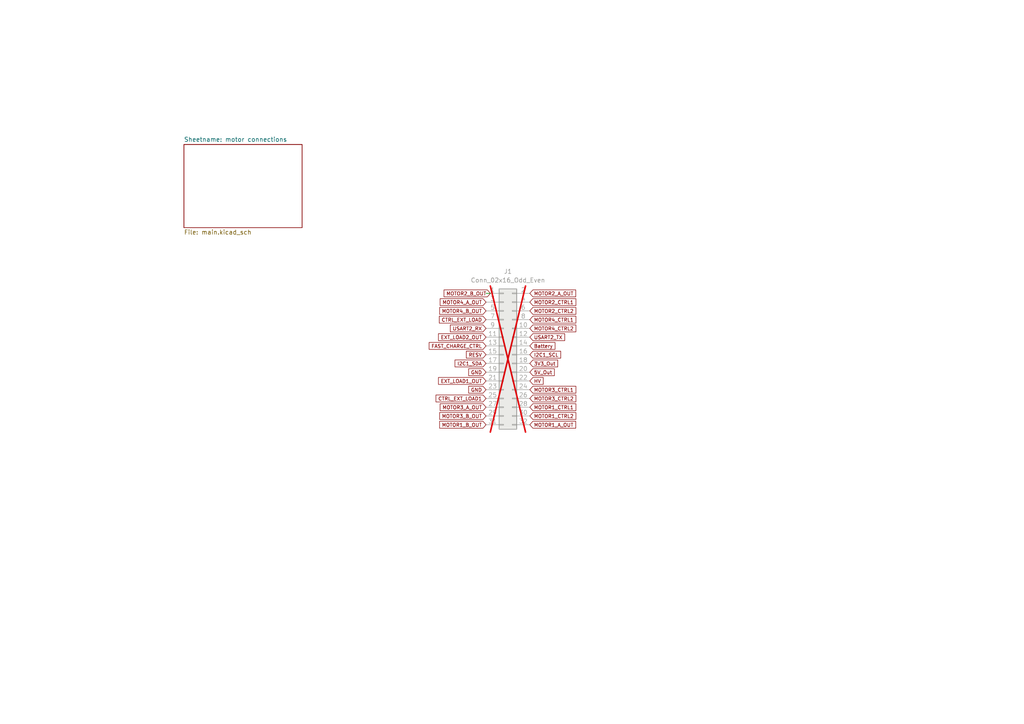
<source format=kicad_sch>
(kicad_sch (version 20250114) (generator "eeschema") (generator_version "9.0")
  (paper "A4")
  (title_block (title "Design project") (date "2025-03-23") (rev "v0") (company "University of Cape Town") (comment 3 "HNYPHI001, OWNHAN001") (comment 4 "Phila Haanyama, Hannah Owen"))
  (lib_symbols
    (symbol "Connector_Generic:Conn_02x16_Odd_Even" (pin_names (offset 1.016) (hide yes))
      (property "Reference" "J" (at 1.27 20.32 0))
      (property "Value" "Conn_02x16_Odd_Even" (at 1.27 -22.86 0))
      (symbol "Conn_02x16_Odd_Even_1_1"
        (rectangle (start -1.27 19.05) (end 3.81 -21.59) (stroke (width 0.254)) (fill (type background)))
        (rectangle (start -1.27 17.907) (end 0 17.653) (stroke (width 0.1524)))
        (rectangle (start -1.27 15.367) (end 0 15.113) (stroke (width 0.1524)))
        (rectangle (start -1.27 12.827) (end 0 12.573) (stroke (width 0.1524)))
        (rectangle (start -1.27 10.287) (end 0 10.033) (stroke (width 0.1524)))
        (rectangle (start -1.27 7.747) (end 0 7.493) (stroke (width 0.1524)))
        (rectangle (start -1.27 5.207) (end 0 4.953) (stroke (width 0.1524)))
        (rectangle (start -1.27 2.667) (end 0 2.413) (stroke (width 0.1524)))
        (rectangle (start -1.27 0.127) (end 0 -0.127) (stroke (width 0.1524)))
        (rectangle (start -1.27 -2.413) (end 0 -2.667) (stroke (width 0.1524)))
        (rectangle (start -1.27 -4.953) (end 0 -5.207) (stroke (width 0.1524)))
        (rectangle (start -1.27 -7.493) (end 0 -7.747) (stroke (width 0.1524)))
        (rectangle (start -1.27 -10.033) (end 0 -10.287) (stroke (width 0.1524)))
        (rectangle (start -1.27 -12.573) (end 0 -12.827) (stroke (width 0.1524)))
        (rectangle (start -1.27 -15.113) (end 0 -15.367) (stroke (width 0.1524)))
        (rectangle (start -1.27 -17.653) (end 0 -17.907) (stroke (width 0.1524)))
        (rectangle (start -1.27 -20.193) (end 0 -20.447) (stroke (width 0.1524)))
        (rectangle (start 3.81 17.907) (end 2.54 17.653) (stroke (width 0.1524)))
        (rectangle (start 3.81 15.367) (end 2.54 15.113) (stroke (width 0.1524)))
        (rectangle (start 3.81 12.827) (end 2.54 12.573) (stroke (width 0.1524)))
        (rectangle (start 3.81 10.287) (end 2.54 10.033) (stroke (width 0.1524)))
        (rectangle (start 3.81 7.747) (end 2.54 7.493) (stroke (width 0.1524)))
        (rectangle (start 3.81 5.207) (end 2.54 4.953) (stroke (width 0.1524)))
        (rectangle (start 3.81 2.667) (end 2.54 2.413) (stroke (width 0.1524)))
        (rectangle (start 3.81 0.127) (end 2.54 -0.127) (stroke (width 0.1524)))
        (rectangle (start 3.81 -2.413) (end 2.54 -2.667) (stroke (width 0.1524)))
        (rectangle (start 3.81 -4.953) (end 2.54 -5.207) (stroke (width 0.1524)))
        (rectangle (start 3.81 -7.493) (end 2.54 -7.747) (stroke (width 0.1524)))
        (rectangle (start 3.81 -10.033) (end 2.54 -10.287) (stroke (width 0.1524)))
        (rectangle (start 3.81 -12.573) (end 2.54 -12.827) (stroke (width 0.1524)))
        (rectangle (start 3.81 -15.113) (end 2.54 -15.367) (stroke (width 0.1524)))
        (rectangle (start 3.81 -17.653) (end 2.54 -17.907) (stroke (width 0.1524)))
        (rectangle (start 3.81 -20.193) (end 2.54 -20.447) (stroke (width 0.1524)))
        (pin passive line (at -5.08 17.78 0) (length 3.81) (name "Pin_1") (number "1"))
        (pin passive line (at -5.08 15.24 0) (length 3.81) (name "Pin_3") (number "3"))
        (pin passive line (at -5.08 12.7 0) (length 3.81) (name "Pin_5") (number "5"))
        (pin passive line (at -5.08 10.16 0) (length 3.81) (name "Pin_7") (number "7"))
        (pin passive line (at -5.08 7.62 0) (length 3.81) (name "Pin_9") (number "9"))
        (pin passive line (at -5.08 5.08 0) (length 3.81) (name "Pin_11") (number "11"))
        (pin passive line (at -5.08 2.54 0) (length 3.81) (name "Pin_13") (number "13"))
        (pin passive line (at -5.08 0 0) (length 3.81) (name "Pin_15") (number "15"))
        (pin passive line (at -5.08 -2.54 0) (length 3.81) (name "Pin_17") (number "17"))
        (pin passive line (at -5.08 -5.08 0) (length 3.81) (name "Pin_19") (number "19"))
        (pin passive line (at -5.08 -7.62 0) (length 3.81) (name "Pin_21") (number "21"))
        (pin passive line (at -5.08 -10.16 0) (length 3.81) (name "Pin_23") (number "23"))
        (pin passive line (at -5.08 -12.7 0) (length 3.81) (name "Pin_25") (number "25"))
        (pin passive line (at -5.08 -15.24 0) (length 3.81) (name "Pin_27") (number "27"))
        (pin passive line (at -5.08 -17.78 0) (length 3.81) (name "Pin_29") (number "29"))
        (pin passive line (at -5.08 -20.32 0) (length 3.81) (name "Pin_31") (number "31"))
        (pin passive line (at 7.62 17.78 180) (length 3.81) (name "Pin_2") (number "2"))
        (pin passive line (at 7.62 15.24 180) (length 3.81) (name "Pin_4") (number "4"))
        (pin passive line (at 7.62 12.7 180) (length 3.81) (name "Pin_6") (number "6"))
        (pin passive line (at 7.62 10.16 180) (length 3.81) (name "Pin_8") (number "8"))
        (pin passive line (at 7.62 7.62 180) (length 3.81) (name "Pin_10") (number "10"))
        (pin passive line (at 7.62 5.08 180) (length 3.81) (name "Pin_12") (number "12"))
        (pin passive line (at 7.62 2.54 180) (length 3.81) (name "Pin_14") (number "14"))
        (pin passive line (at 7.62 0 180) (length 3.81) (name "Pin_16") (number "16"))
        (pin passive line (at 7.62 -2.54 180) (length 3.81) (name "Pin_18") (number "18"))
        (pin passive line (at 7.62 -5.08 180) (length 3.81) (name "Pin_20") (number "20"))
        (pin passive line (at 7.62 -7.62 180) (length 3.81) (name "Pin_22") (number "22"))
        (pin passive line (at 7.62 -10.16 180) (length 3.81) (name "Pin_24") (number "24"))
        (pin passive line (at 7.62 -12.7 180) (length 3.81) (name "Pin_26") (number "26"))
        (pin passive line (at 7.62 -15.24 180) (length 3.81) (name "Pin_28") (number "28"))
        (pin passive line (at 7.62 -17.78 180) (length 3.81) (name "Pin_30") (number "30"))
        (pin passive line (at 7.62 -20.32 180) (length 3.81) (name "Pin_32") (number "32"))
      )
    )
  )
  (wire (pts (xy 142.24 85.09) (xy 140.97 85.09)))
  (global_label "GND" (shape input) (at 140.97 107.95 180) (effects (font (size 1.016 1.016))) (property "Intersheetrefs" "${INTERSHEET_REFS}" (effects (hide yes))))
  (global_label "CTRL_EXT_LOAD" (shape input) (at 140.97 92.71 180) (effects (font (size 1.016 1.016))) (property "Intersheetrefs" "${INTERSHEET_REFS}" (effects (hide yes))))
  (global_label "MOTOR2_CTRL2" (shape input) (at 153.67 90.17 0) (effects (font (size 1.016 1.016))) (property "Intersheetrefs" "${INTERSHEET_REFS}" (effects (hide yes))))
  (global_label "MOTOR4_CTRL1" (shape input) (at 153.67 92.71 0) (effects (font (size 1.016 1.016))) (property "Intersheetrefs" "${INTERSHEET_REFS}" (effects (hide yes))))
  (global_label "USART2_RX" (shape input) (at 140.97 95.25 180) (effects (font (size 1.016 1.016))) (property "Intersheetrefs" "${INTERSHEET_REFS}" (effects (hide yes))))
  (global_label "MOTOR3_B_OUT" (shape input) (at 140.97 120.65 180) (effects (font (size 1.016 1.016))) (property "Intersheetrefs" "${INTERSHEET_REFS}" (effects (hide yes))))
  (global_label "MOTOR2_CTRL1" (shape input) (at 153.67 87.63 0) (effects (font (size 1.016 1.016))) (property "Intersheetrefs" "${INTERSHEET_REFS}" (effects (hide yes))))
  (global_label "HV" (shape input) (at 153.67 110.49 0) (effects (font (size 1.016 1.016))) (property "Intersheetrefs" "${INTERSHEET_REFS}" (effects (hide yes))))
  (global_label "EXT_LOAD1_OUT" (shape input) (at 140.97 110.49 180) (effects (font (size 1.016 1.016))) (property "Intersheetrefs" "${INTERSHEET_REFS}" (effects (hide yes))))
  (global_label "MOTOR4_A_OUT" (shape input) (at 140.97 87.63 180) (effects (font (size 1.016 1.016))) (property "Intersheetrefs" "${INTERSHEET_REFS}" (effects (hide yes))))
  (global_label "MOTOR3_CTRL2" (shape input) (at 153.67 115.57 0) (effects (font (size 1.016 1.016))) (property "Intersheetrefs" "${INTERSHEET_REFS}" (effects (hide yes))))
  (global_label "GND" (shape input) (at 140.97 113.03 180) (effects (font (size 1.016 1.016))) (property "Intersheetrefs" "${INTERSHEET_REFS}" (effects (hide yes))))
  (global_label "MOTOR1_B_OUT" (shape input) (at 140.97 123.19 180) (effects (font (size 1.016 1.016))) (property "Intersheetrefs" "${INTERSHEET_REFS}" (effects (hide yes))))
  (global_label "MOTOR3_CTRL1" (shape input) (at 153.67 113.03 0) (effects (font (size 1.016 1.016))) (property "Intersheetrefs" "${INTERSHEET_REFS}" (effects (hide yes))))
  (global_label "MOTOR1_CTRL2" (shape input) (at 153.67 120.65 0) (effects (font (size 1.016 1.016))) (property "Intersheetrefs" "${INTERSHEET_REFS}" (effects (hide yes))))
  (global_label "EXT_LOAD2_OUT" (shape input) (at 140.97 97.79 180) (effects (font (size 1.016 1.016))) (property "Intersheetrefs" "${INTERSHEET_REFS}" (effects (hide yes))))
  (global_label "MOTOR4_B_OUT" (shape input) (at 140.97 90.17 180) (effects (font (size 1.016 1.016))) (property "Intersheetrefs" "${INTERSHEET_REFS}" (effects (hide yes))))
  (global_label "FAST_CHARGE_CTRL" (shape input) (at 140.97 100.33 180) (effects (font (size 1.016 1.016))) (property "Intersheetrefs" "${INTERSHEET_REFS}" (effects (hide yes))))
  (global_label "MOTOR2_B_OUT" (shape input) (at 142.24 85.09 180) (effects (font (size 1.016 1.016))) (property "Intersheetrefs" "${INTERSHEET_REFS}" (effects (hide yes))))
  (global_label "3V3_Out" (shape input) (at 153.67 105.41 0) (effects (font (size 1.016 1.016))) (property "Intersheetrefs" "${INTERSHEET_REFS}" (effects (hide yes))))
  (global_label "MOTOR4_CTRL2" (shape input) (at 153.67 95.25 0) (effects (font (size 1.016 1.016))) (property "Intersheetrefs" "${INTERSHEET_REFS}" (effects (hide yes))))
  (global_label "5V_Out" (shape input) (at 153.67 107.95 0) (effects (font (size 1.016 1.016))) (property "Intersheetrefs" "${INTERSHEET_REFS}" (effects (hide yes))))
  (global_label "RESV" (shape input) (at 140.97 102.87 180) (effects (font (size 1.016 1.016))) (property "Intersheetrefs" "${INTERSHEET_REFS}" (effects (hide yes))))
  (global_label "USART2_TX" (shape input) (at 153.67 97.79 0) (effects (font (size 1.016 1.016))) (property "Intersheetrefs" "${INTERSHEET_REFS}" (effects (hide yes))))
  (global_label "CTRL_EXT_LOAD1" (shape input) (at 140.97 115.57 180) (effects (font (size 1.016 1.016))) (property "Intersheetrefs" "${INTERSHEET_REFS}" (effects (hide yes))))
  (global_label "I2C1_SDA" (shape input) (at 140.97 105.41 180) (effects (font (size 1.016 1.016))) (property "Intersheetrefs" "${INTERSHEET_REFS}" (effects (hide yes))))
  (global_label "I2C1_SCL" (shape input) (at 153.67 102.87 0) (effects (font (size 1.016 1.016))) (property "Intersheetrefs" "${INTERSHEET_REFS}" (effects (hide yes))))
  (global_label "MOTOR2_A_OUT" (shape input) (at 153.67 85.09 0) (effects (font (size 1.016 1.016))) (property "Intersheetrefs" "${INTERSHEET_REFS}" (effects (hide yes))))
  (global_label "Battery" (shape input) (at 153.67 100.33 0) (effects (font (size 1.016 1.016))) (property "Intersheetrefs" "${INTERSHEET_REFS}" (effects (hide yes))))
  (global_label "MOTOR3_A_OUT" (shape input) (at 140.97 118.11 180) (effects (font (size 1.016 1.016))) (property "Intersheetrefs" "${INTERSHEET_REFS}" (effects (hide yes))))
  (global_label "MOTOR1_A_OUT" (shape input) (at 153.67 123.19 0) (effects (font (size 1.016 1.016))) (property "Intersheetrefs" "${INTERSHEET_REFS}" (effects (hide yes))))
  (global_label "MOTOR1_CTRL1" (shape input) (at 153.67 118.11 0) (effects (font (size 1.016 1.016))) (property "Intersheetrefs" "${INTERSHEET_REFS}" (effects (hide yes))))
  (symbol (lib_id "Connector_Generic:Conn_02x16_Odd_Even") (at 146.05 102.87 0) (unit 1) (dnp yes)
    (property "Reference" "J1" (at 147.32 78.74 0))
    (property "Value" "Conn_02x16_Odd_Even" (at 147.32 81.28 0))
    (property "Description" "Generic connector, double row, 02x16, odd/even pin numbering scheme (row 1 odd numbers, row 2 even numbers), script generated (kicad-library-utils/schlib/autogen/connector/)" (effects (hide yes)))
  )
  (sheet (at 53.34 41.91) (size 34.29 24.13) (stroke (width 0.1524))
    (property "Sheetname" "motor connections" (at 53.34 41.1984 0) (show_name yes) (effects (justify left bottom)))
    (property "Sheetfile" "main.kicad_sch" (at 53.34 66.6246 0) (effects (justify left top)))
  )
)
</source>
